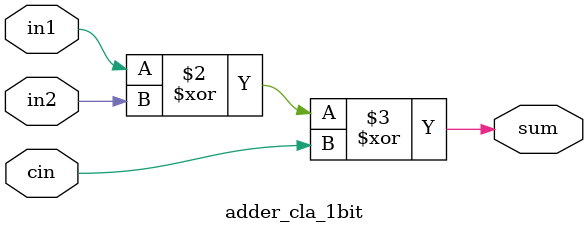
<source format=v>
module adder_cla_1bit(in1,in2,cin,sum);
input in1, in2, cin;
output sum;
wire w1,w2;

xor(w1,in1,in2);
xor(sum,in1,in2,cin);

endmodule
</source>
